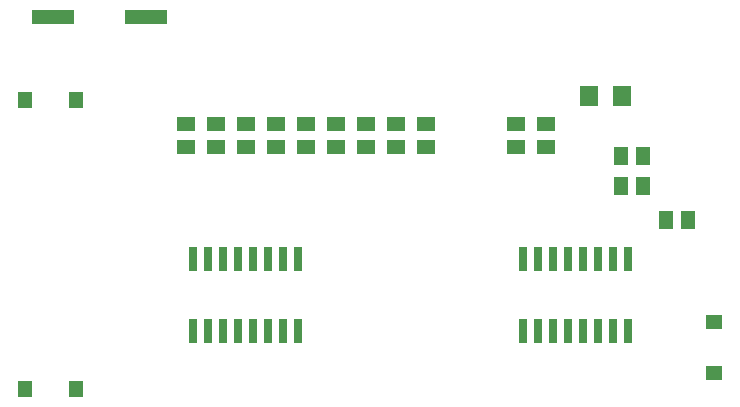
<source format=gbr>
G04 EAGLE Gerber RS-274X export*
G75*
%MOMM*%
%FSLAX34Y34*%
%LPD*%
%INSolderpaste Top*%
%IPPOS*%
%AMOC8*
5,1,8,0,0,1.08239X$1,22.5*%
G01*
%ADD10R,1.500000X1.300000*%
%ADD11R,3.600000X1.300000*%
%ADD12R,1.300000X1.500000*%
%ADD13R,0.660400X2.032000*%
%ADD14R,1.470000X1.270000*%
%ADD15R,1.270000X1.470000*%
%ADD16R,1.600000X1.800000*%


D10*
X317500Y300063D03*
X317500Y319063D03*
X292100Y300063D03*
X292100Y319063D03*
D11*
X77975Y409575D03*
X156725Y409575D03*
D10*
X190500Y300063D03*
X190500Y319063D03*
X215900Y300063D03*
X215900Y319063D03*
X241300Y300063D03*
X241300Y319063D03*
X266700Y300063D03*
X266700Y319063D03*
X342900Y300063D03*
X342900Y319063D03*
X368300Y300063D03*
X368300Y319063D03*
X393700Y300063D03*
X393700Y319063D03*
X469900Y300063D03*
X469900Y319063D03*
X495300Y319063D03*
X495300Y300063D03*
D12*
X558825Y266700D03*
X577825Y266700D03*
X596925Y238125D03*
X615925Y238125D03*
X558825Y292100D03*
X577825Y292100D03*
D13*
X196850Y143891D03*
X196850Y205359D03*
X209550Y143891D03*
X222250Y143891D03*
X209550Y205359D03*
X222250Y205359D03*
X234950Y143891D03*
X234950Y205359D03*
X247650Y143891D03*
X247650Y205359D03*
X260350Y143891D03*
X273050Y143891D03*
X260350Y205359D03*
X273050Y205359D03*
X285750Y143891D03*
X285750Y205359D03*
X476250Y143891D03*
X476250Y205359D03*
X488950Y143891D03*
X501650Y143891D03*
X488950Y205359D03*
X501650Y205359D03*
X514350Y143891D03*
X514350Y205359D03*
X527050Y143891D03*
X527050Y205359D03*
X539750Y143891D03*
X552450Y143891D03*
X539750Y205359D03*
X552450Y205359D03*
X565150Y143891D03*
X565150Y205359D03*
D14*
X638175Y108675D03*
X638175Y151675D03*
D15*
X54700Y339725D03*
X97700Y339725D03*
D16*
X560100Y342900D03*
X532100Y342900D03*
D15*
X54700Y95250D03*
X97700Y95250D03*
M02*

</source>
